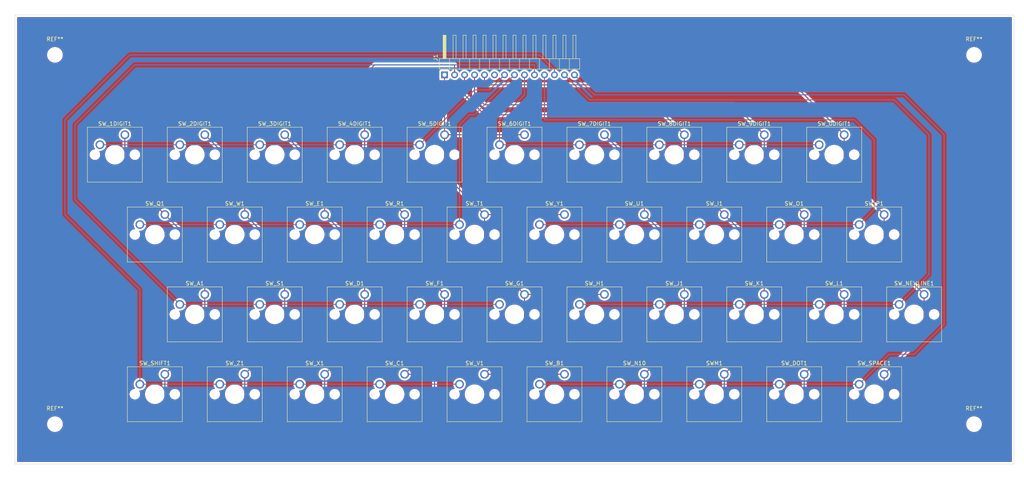
<source format=kicad_pcb>
(kicad_pcb (version 20171130) (host pcbnew "(5.1.4)-1")
  (layers (0 F.Cu signal) (31 B.Cu signal) (34 B.Paste user) (35 F.Paste user) (36 B.SilkS user) (37 F.SilkS user) (38 B.Mask user) (39 F.Mask user) (44 Edge.Cuts user))
  (net 0 "")
  (net 1 "Net-(J1-Pad13)")
  (net 2 "Net-(J1-Pad12)")
  (net 3 "Net-(J1-Pad11)")
  (net 4 "Net-(J1-Pad10)")
  (net 5 "Net-(J1-Pad9)")
  (net 6 "Net-(J1-Pad8)")
  (net 7 "Net-(J1-Pad7)")
  (net 8 "Net-(J1-Pad5)")
  (net 9 "Net-(J1-Pad4)")
  (net 10 "Net-(J1-Pad3)")
  (net 11 "Net-(J1-Pad2)")
  (net 12 "Net-(J1-Pad1)")
  (net 13 "Net-(J1-Pad14)")
  (module MountingHole:MountingHole_3mm (layer F.Cu) (at 35.56 144.78)
    (fp_text reference REF** (at 0 -4) (layer F.SilkS))
    (fp_text value MountingHole_3mm)
    (pad 1 np_thru_hole circle (at 0 0) (size 3 3) (drill 3) (layers *.Cu *.Mask))
  )
  (module MountingHole:MountingHole_3mm (layer F.Cu) (at 269.24 144.78)
    (fp_text reference REF** (at 0 -4) (layer F.SilkS))
    (fp_text value MountingHole_3mm)
    (pad 1 np_thru_hole circle (at 0 0) (size 3 3) (drill 3) (layers *.Cu *.Mask))
  )
  (module MountingHole:MountingHole_3mm (layer F.Cu) (at 269.24 50.8)
    (fp_text reference REF** (at 0 -4) (layer F.SilkS))
    (fp_text value MountingHole_3mm)
    (pad 1 np_thru_hole circle (at 0 0) (size 3 3) (drill 3) (layers *.Cu *.Mask))
  )
  (module MountingHole:MountingHole_3mm (layer F.Cu) (at 35.56 50.8)
    (fp_text reference REF** (at 0 -4) (layer F.SilkS))
    (fp_text value MountingHole_3mm)
    (pad 1 np_thru_hole circle (at 0 0) (size 3 3) (drill 3) (layers *.Cu *.Mask))
  )
  (module Button_Switch_Keyboard:SW_Cherry_MX_1.00u_PCB (layer F.Cu) (at 205.74 132.08)
    (fp_text reference SWM1 (at -2.54 -2.794) (layer F.SilkS))
    (fp_text value SW_Push)
    (pad "" np_thru_hole circle (at 2.54 5.08) (size 1.7 1.7) (drill 1.7) (layers *.Cu *.Mask))
    (pad "" np_thru_hole circle (at -7.62 5.08) (size 1.7 1.7) (drill 1.7) (layers *.Cu *.Mask))
    (pad "" np_thru_hole circle (at -2.54 5.08) (size 4 4) (drill 4) (layers *.Cu *.Mask))
    (pad 2 thru_hole circle (at -6.35 2.54) (size 2.2 2.2) (drill 1.5) (layers *.Cu *.Mask) (net 13 "Net-(J1-Pad14)"))
    (pad 1 thru_hole circle (at 0 0) (size 2.2 2.2) (drill 1.5) (layers *.Cu *.Mask) (net 10 "Net-(J1-Pad3)"))
  )
  (module Button_Switch_Keyboard:SW_Cherry_MX_1.00u_PCB (layer F.Cu) (at 83.82 132.08)
    (fp_text reference SW_Z1 (at -2.54 -2.794) (layer F.SilkS))
    (fp_text value SW_Push)
    (pad "" np_thru_hole circle (at 2.54 5.08) (size 1.7 1.7) (drill 1.7) (layers *.Cu *.Mask))
    (pad "" np_thru_hole circle (at -7.62 5.08) (size 1.7 1.7) (drill 1.7) (layers *.Cu *.Mask))
    (pad "" np_thru_hole circle (at -2.54 5.08) (size 4 4) (drill 4) (layers *.Cu *.Mask))
    (pad 2 thru_hole circle (at -6.35 2.54) (size 2.2 2.2) (drill 1.5) (layers *.Cu *.Mask) (net 2 "Net-(J1-Pad12)"))
    (pad 1 thru_hole circle (at 0 0) (size 2.2 2.2) (drill 1.5) (layers *.Cu *.Mask) (net 9 "Net-(J1-Pad4)"))
  )
  (module Button_Switch_Keyboard:SW_Cherry_MX_1.00u_PCB (layer F.Cu) (at 165.1 91.44)
    (fp_text reference SW_Y1 (at -2.54 -2.794) (layer F.SilkS))
    (fp_text value SW_Push)
    (pad "" np_thru_hole circle (at 2.54 5.08) (size 1.7 1.7) (drill 1.7) (layers *.Cu *.Mask))
    (pad "" np_thru_hole circle (at -7.62 5.08) (size 1.7 1.7) (drill 1.7) (layers *.Cu *.Mask))
    (pad "" np_thru_hole circle (at -2.54 5.08) (size 4 4) (drill 4) (layers *.Cu *.Mask))
    (pad 2 thru_hole circle (at -6.35 2.54) (size 2.2 2.2) (drill 1.5) (layers *.Cu *.Mask) (net 3 "Net-(J1-Pad11)"))
    (pad 1 thru_hole circle (at 0 0) (size 2.2 2.2) (drill 1.5) (layers *.Cu *.Mask) (net 12 "Net-(J1-Pad1)"))
  )
  (module Button_Switch_Keyboard:SW_Cherry_MX_1.00u_PCB (layer F.Cu) (at 104.14 132.08)
    (fp_text reference SW_X1 (at -2.54 -2.794) (layer F.SilkS))
    (fp_text value SW_Push)
    (pad "" np_thru_hole circle (at 2.54 5.08) (size 1.7 1.7) (drill 1.7) (layers *.Cu *.Mask))
    (pad "" np_thru_hole circle (at -7.62 5.08) (size 1.7 1.7) (drill 1.7) (layers *.Cu *.Mask))
    (pad "" np_thru_hole circle (at -2.54 5.08) (size 4 4) (drill 4) (layers *.Cu *.Mask))
    (pad 2 thru_hole circle (at -6.35 2.54) (size 2.2 2.2) (drill 1.5) (layers *.Cu *.Mask) (net 2 "Net-(J1-Pad12)"))
    (pad 1 thru_hole circle (at 0 0) (size 2.2 2.2) (drill 1.5) (layers *.Cu *.Mask) (net 10 "Net-(J1-Pad3)"))
  )
  (module Button_Switch_Keyboard:SW_Cherry_MX_1.00u_PCB (layer F.Cu) (at 83.82 91.44)
    (fp_text reference SW_W1 (at -2.54 -2.794) (layer F.SilkS))
    (fp_text value SW_Push)
    (pad "" np_thru_hole circle (at 2.54 5.08) (size 1.7 1.7) (drill 1.7) (layers *.Cu *.Mask))
    (pad "" np_thru_hole circle (at -7.62 5.08) (size 1.7 1.7) (drill 1.7) (layers *.Cu *.Mask))
    (pad "" np_thru_hole circle (at -2.54 5.08) (size 4 4) (drill 4) (layers *.Cu *.Mask))
    (pad 2 thru_hole circle (at -6.35 2.54) (size 2.2 2.2) (drill 1.5) (layers *.Cu *.Mask) (net 6 "Net-(J1-Pad8)"))
    (pad 1 thru_hole circle (at 0 0) (size 2.2 2.2) (drill 1.5) (layers *.Cu *.Mask) (net 9 "Net-(J1-Pad4)"))
  )
  (module Button_Switch_Keyboard:SW_Cherry_MX_1.00u_PCB (layer F.Cu) (at 144.78 132.08)
    (fp_text reference SW_V1 (at -2.54 -2.794) (layer F.SilkS))
    (fp_text value SW_Push)
    (pad "" np_thru_hole circle (at 2.54 5.08) (size 1.7 1.7) (drill 1.7) (layers *.Cu *.Mask))
    (pad "" np_thru_hole circle (at -7.62 5.08) (size 1.7 1.7) (drill 1.7) (layers *.Cu *.Mask))
    (pad "" np_thru_hole circle (at -2.54 5.08) (size 4 4) (drill 4) (layers *.Cu *.Mask))
    (pad 2 thru_hole circle (at -6.35 2.54) (size 2.2 2.2) (drill 1.5) (layers *.Cu *.Mask) (net 2 "Net-(J1-Pad12)"))
    (pad 1 thru_hole circle (at 0 0) (size 2.2 2.2) (drill 1.5) (layers *.Cu *.Mask) (net 12 "Net-(J1-Pad1)"))
  )
  (module Button_Switch_Keyboard:SW_Cherry_MX_1.00u_PCB (layer F.Cu) (at 185.42 91.44)
    (fp_text reference SW_U1 (at -2.54 -2.794) (layer F.SilkS))
    (fp_text value SW_Push)
    (pad "" np_thru_hole circle (at 2.54 5.08) (size 1.7 1.7) (drill 1.7) (layers *.Cu *.Mask))
    (pad "" np_thru_hole circle (at -7.62 5.08) (size 1.7 1.7) (drill 1.7) (layers *.Cu *.Mask))
    (pad "" np_thru_hole circle (at -2.54 5.08) (size 4 4) (drill 4) (layers *.Cu *.Mask))
    (pad 2 thru_hole circle (at -6.35 2.54) (size 2.2 2.2) (drill 1.5) (layers *.Cu *.Mask) (net 3 "Net-(J1-Pad11)"))
    (pad 1 thru_hole circle (at 0 0) (size 2.2 2.2) (drill 1.5) (layers *.Cu *.Mask) (net 11 "Net-(J1-Pad2)"))
  )
  (module Button_Switch_Keyboard:SW_Cherry_MX_1.00u_PCB (layer F.Cu) (at 144.78 91.44)
    (fp_text reference SW_T1 (at -2.54 -2.794) (layer F.SilkS))
    (fp_text value SW_Push)
    (pad "" np_thru_hole circle (at 2.54 5.08) (size 1.7 1.7) (drill 1.7) (layers *.Cu *.Mask))
    (pad "" np_thru_hole circle (at -7.62 5.08) (size 1.7 1.7) (drill 1.7) (layers *.Cu *.Mask))
    (pad "" np_thru_hole circle (at -2.54 5.08) (size 4 4) (drill 4) (layers *.Cu *.Mask))
    (pad 2 thru_hole circle (at -6.35 2.54) (size 2.2 2.2) (drill 1.5) (layers *.Cu *.Mask) (net 6 "Net-(J1-Pad8)"))
    (pad 1 thru_hole circle (at 0 0) (size 2.2 2.2) (drill 1.5) (layers *.Cu *.Mask) (net 12 "Net-(J1-Pad1)"))
  )
  (module Button_Switch_Keyboard:SW_Cherry_MX_1.00u_PCB (layer F.Cu) (at 246.38 132.08)
    (fp_text reference SW_SPACE1 (at -2.54 -2.794) (layer F.SilkS))
    (fp_text value SW_Push)
    (pad "" np_thru_hole circle (at 2.54 5.08) (size 1.7 1.7) (drill 1.7) (layers *.Cu *.Mask))
    (pad "" np_thru_hole circle (at -7.62 5.08) (size 1.7 1.7) (drill 1.7) (layers *.Cu *.Mask))
    (pad "" np_thru_hole circle (at -2.54 5.08) (size 4 4) (drill 4) (layers *.Cu *.Mask))
    (pad 2 thru_hole circle (at -6.35 2.54) (size 2.2 2.2) (drill 1.5) (layers *.Cu *.Mask) (net 13 "Net-(J1-Pad14)"))
    (pad 1 thru_hole circle (at 0 0) (size 2.2 2.2) (drill 1.5) (layers *.Cu *.Mask) (net 8 "Net-(J1-Pad5)"))
  )
  (module Button_Switch_Keyboard:SW_Cherry_MX_1.00u_PCB (layer F.Cu) (at 63.5 132.08)
    (fp_text reference SW_SHIFT1 (at -2.54 -2.794) (layer F.SilkS))
    (fp_text value SW_Push)
    (pad "" np_thru_hole circle (at 2.54 5.08) (size 1.7 1.7) (drill 1.7) (layers *.Cu *.Mask))
    (pad "" np_thru_hole circle (at -7.62 5.08) (size 1.7 1.7) (drill 1.7) (layers *.Cu *.Mask))
    (pad "" np_thru_hole circle (at -2.54 5.08) (size 4 4) (drill 4) (layers *.Cu *.Mask))
    (pad 2 thru_hole circle (at -6.35 2.54) (size 2.2 2.2) (drill 1.5) (layers *.Cu *.Mask) (net 2 "Net-(J1-Pad12)"))
    (pad 1 thru_hole circle (at 0 0) (size 2.2 2.2) (drill 1.5) (layers *.Cu *.Mask) (net 8 "Net-(J1-Pad5)"))
  )
  (module Button_Switch_Keyboard:SW_Cherry_MX_1.00u_PCB (layer F.Cu) (at 93.98 111.76)
    (fp_text reference SW_S1 (at -2.54 -2.794) (layer F.SilkS))
    (fp_text value SW_Push)
    (pad "" np_thru_hole circle (at 2.54 5.08) (size 1.7 1.7) (drill 1.7) (layers *.Cu *.Mask))
    (pad "" np_thru_hole circle (at -7.62 5.08) (size 1.7 1.7) (drill 1.7) (layers *.Cu *.Mask))
    (pad "" np_thru_hole circle (at -2.54 5.08) (size 4 4) (drill 4) (layers *.Cu *.Mask))
    (pad 2 thru_hole circle (at -6.35 2.54) (size 2.2 2.2) (drill 1.5) (layers *.Cu *.Mask) (net 4 "Net-(J1-Pad10)"))
    (pad 1 thru_hole circle (at 0 0) (size 2.2 2.2) (drill 1.5) (layers *.Cu *.Mask) (net 9 "Net-(J1-Pad4)"))
  )
  (module Button_Switch_Keyboard:SW_Cherry_MX_1.00u_PCB (layer F.Cu) (at 124.46 91.44)
    (fp_text reference SW_R1 (at -2.54 -2.794) (layer F.SilkS))
    (fp_text value SW_Push)
    (pad "" np_thru_hole circle (at 2.54 5.08) (size 1.7 1.7) (drill 1.7) (layers *.Cu *.Mask))
    (pad "" np_thru_hole circle (at -7.62 5.08) (size 1.7 1.7) (drill 1.7) (layers *.Cu *.Mask))
    (pad "" np_thru_hole circle (at -2.54 5.08) (size 4 4) (drill 4) (layers *.Cu *.Mask))
    (pad 2 thru_hole circle (at -6.35 2.54) (size 2.2 2.2) (drill 1.5) (layers *.Cu *.Mask) (net 6 "Net-(J1-Pad8)"))
    (pad 1 thru_hole circle (at 0 0) (size 2.2 2.2) (drill 1.5) (layers *.Cu *.Mask) (net 11 "Net-(J1-Pad2)"))
  )
  (module Button_Switch_Keyboard:SW_Cherry_MX_1.00u_PCB (layer F.Cu) (at 63.5 91.44)
    (fp_text reference SW_Q1 (at -2.54 -2.794) (layer F.SilkS))
    (fp_text value SW_Push)
    (pad "" np_thru_hole circle (at 2.54 5.08) (size 1.7 1.7) (drill 1.7) (layers *.Cu *.Mask))
    (pad "" np_thru_hole circle (at -7.62 5.08) (size 1.7 1.7) (drill 1.7) (layers *.Cu *.Mask))
    (pad "" np_thru_hole circle (at -2.54 5.08) (size 4 4) (drill 4) (layers *.Cu *.Mask))
    (pad 2 thru_hole circle (at -6.35 2.54) (size 2.2 2.2) (drill 1.5) (layers *.Cu *.Mask) (net 6 "Net-(J1-Pad8)"))
    (pad 1 thru_hole circle (at 0 0) (size 2.2 2.2) (drill 1.5) (layers *.Cu *.Mask) (net 8 "Net-(J1-Pad5)"))
  )
  (module Button_Switch_Keyboard:SW_Cherry_MX_1.00u_PCB (layer F.Cu) (at 246.38 91.44)
    (fp_text reference SW_P1 (at -2.54 -2.794) (layer F.SilkS))
    (fp_text value SW_Push)
    (pad "" np_thru_hole circle (at 2.54 5.08) (size 1.7 1.7) (drill 1.7) (layers *.Cu *.Mask))
    (pad "" np_thru_hole circle (at -7.62 5.08) (size 1.7 1.7) (drill 1.7) (layers *.Cu *.Mask))
    (pad "" np_thru_hole circle (at -2.54 5.08) (size 4 4) (drill 4) (layers *.Cu *.Mask))
    (pad 2 thru_hole circle (at -6.35 2.54) (size 2.2 2.2) (drill 1.5) (layers *.Cu *.Mask) (net 3 "Net-(J1-Pad11)"))
    (pad 1 thru_hole circle (at 0 0) (size 2.2 2.2) (drill 1.5) (layers *.Cu *.Mask) (net 8 "Net-(J1-Pad5)"))
  )
  (module Button_Switch_Keyboard:SW_Cherry_MX_1.00u_PCB (layer F.Cu) (at 226.06 91.44)
    (fp_text reference SW_O1 (at -2.54 -2.794) (layer F.SilkS))
    (fp_text value SW_Push)
    (pad "" np_thru_hole circle (at 2.54 5.08) (size 1.7 1.7) (drill 1.7) (layers *.Cu *.Mask))
    (pad "" np_thru_hole circle (at -7.62 5.08) (size 1.7 1.7) (drill 1.7) (layers *.Cu *.Mask))
    (pad "" np_thru_hole circle (at -2.54 5.08) (size 4 4) (drill 4) (layers *.Cu *.Mask))
    (pad 2 thru_hole circle (at -6.35 2.54) (size 2.2 2.2) (drill 1.5) (layers *.Cu *.Mask) (net 3 "Net-(J1-Pad11)"))
    (pad 1 thru_hole circle (at 0 0) (size 2.2 2.2) (drill 1.5) (layers *.Cu *.Mask) (net 9 "Net-(J1-Pad4)"))
  )
  (module Button_Switch_Keyboard:SW_Cherry_MX_1.00u_PCB (layer F.Cu) (at 256.54 111.76)
    (fp_text reference SW_NEWLINE1 (at -2.54 -2.794) (layer F.SilkS))
    (fp_text value SW_Push)
    (pad "" np_thru_hole circle (at 2.54 5.08) (size 1.7 1.7) (drill 1.7) (layers *.Cu *.Mask))
    (pad "" np_thru_hole circle (at -7.62 5.08) (size 1.7 1.7) (drill 1.7) (layers *.Cu *.Mask))
    (pad "" np_thru_hole circle (at -2.54 5.08) (size 4 4) (drill 4) (layers *.Cu *.Mask))
    (pad 2 thru_hole circle (at -6.35 2.54) (size 2.2 2.2) (drill 1.5) (layers *.Cu *.Mask) (net 1 "Net-(J1-Pad13)"))
    (pad 1 thru_hole circle (at 0 0) (size 2.2 2.2) (drill 1.5) (layers *.Cu *.Mask) (net 8 "Net-(J1-Pad5)"))
  )
  (module Button_Switch_Keyboard:SW_Cherry_MX_1.00u_PCB (layer F.Cu) (at 185.42 132.08)
    (fp_text reference SW_N10 (at -2.54 -2.794) (layer F.SilkS))
    (fp_text value SW_Push)
    (pad "" np_thru_hole circle (at 2.54 5.08) (size 1.7 1.7) (drill 1.7) (layers *.Cu *.Mask))
    (pad "" np_thru_hole circle (at -7.62 5.08) (size 1.7 1.7) (drill 1.7) (layers *.Cu *.Mask))
    (pad "" np_thru_hole circle (at -2.54 5.08) (size 4 4) (drill 4) (layers *.Cu *.Mask))
    (pad 2 thru_hole circle (at -6.35 2.54) (size 2.2 2.2) (drill 1.5) (layers *.Cu *.Mask) (net 13 "Net-(J1-Pad14)"))
    (pad 1 thru_hole circle (at 0 0) (size 2.2 2.2) (drill 1.5) (layers *.Cu *.Mask) (net 11 "Net-(J1-Pad2)"))
  )
  (module Button_Switch_Keyboard:SW_Cherry_MX_1.00u_PCB (layer F.Cu) (at 236.22 111.76)
    (fp_text reference SW_L1 (at -2.54 -2.794) (layer F.SilkS))
    (fp_text value SW_Push)
    (pad "" np_thru_hole circle (at 2.54 5.08) (size 1.7 1.7) (drill 1.7) (layers *.Cu *.Mask))
    (pad "" np_thru_hole circle (at -7.62 5.08) (size 1.7 1.7) (drill 1.7) (layers *.Cu *.Mask))
    (pad "" np_thru_hole circle (at -2.54 5.08) (size 4 4) (drill 4) (layers *.Cu *.Mask))
    (pad 2 thru_hole circle (at -6.35 2.54) (size 2.2 2.2) (drill 1.5) (layers *.Cu *.Mask) (net 1 "Net-(J1-Pad13)"))
    (pad 1 thru_hole circle (at 0 0) (size 2.2 2.2) (drill 1.5) (layers *.Cu *.Mask) (net 9 "Net-(J1-Pad4)"))
  )
  (module Button_Switch_Keyboard:SW_Cherry_MX_1.00u_PCB (layer F.Cu) (at 215.9 111.76)
    (fp_text reference SW_K1 (at -2.54 -2.794) (layer F.SilkS))
    (fp_text value SW_Push)
    (pad "" np_thru_hole circle (at 2.54 5.08) (size 1.7 1.7) (drill 1.7) (layers *.Cu *.Mask))
    (pad "" np_thru_hole circle (at -7.62 5.08) (size 1.7 1.7) (drill 1.7) (layers *.Cu *.Mask))
    (pad "" np_thru_hole circle (at -2.54 5.08) (size 4 4) (drill 4) (layers *.Cu *.Mask))
    (pad 2 thru_hole circle (at -6.35 2.54) (size 2.2 2.2) (drill 1.5) (layers *.Cu *.Mask) (net 1 "Net-(J1-Pad13)"))
    (pad 1 thru_hole circle (at 0 0) (size 2.2 2.2) (drill 1.5) (layers *.Cu *.Mask) (net 10 "Net-(J1-Pad3)"))
  )
  (module Button_Switch_Keyboard:SW_Cherry_MX_1.00u_PCB (layer F.Cu) (at 195.58 111.76)
    (fp_text reference SW_J1 (at -2.54 -2.794) (layer F.SilkS))
    (fp_text value SW_Push)
    (pad "" np_thru_hole circle (at 2.54 5.08) (size 1.7 1.7) (drill 1.7) (layers *.Cu *.Mask))
    (pad "" np_thru_hole circle (at -7.62 5.08) (size 1.7 1.7) (drill 1.7) (layers *.Cu *.Mask))
    (pad "" np_thru_hole circle (at -2.54 5.08) (size 4 4) (drill 4) (layers *.Cu *.Mask))
    (pad 2 thru_hole circle (at -6.35 2.54) (size 2.2 2.2) (drill 1.5) (layers *.Cu *.Mask) (net 1 "Net-(J1-Pad13)"))
    (pad 1 thru_hole circle (at 0 0) (size 2.2 2.2) (drill 1.5) (layers *.Cu *.Mask) (net 11 "Net-(J1-Pad2)"))
  )
  (module Button_Switch_Keyboard:SW_Cherry_MX_1.00u_PCB (layer F.Cu) (at 205.74 91.44)
    (fp_text reference SW_I1 (at -2.54 -2.794) (layer F.SilkS))
    (fp_text value SW_Push)
    (pad "" np_thru_hole circle (at 2.54 5.08) (size 1.7 1.7) (drill 1.7) (layers *.Cu *.Mask))
    (pad "" np_thru_hole circle (at -7.62 5.08) (size 1.7 1.7) (drill 1.7) (layers *.Cu *.Mask))
    (pad "" np_thru_hole circle (at -2.54 5.08) (size 4 4) (drill 4) (layers *.Cu *.Mask))
    (pad 2 thru_hole circle (at -6.35 2.54) (size 2.2 2.2) (drill 1.5) (layers *.Cu *.Mask) (net 3 "Net-(J1-Pad11)"))
    (pad 1 thru_hole circle (at 0 0) (size 2.2 2.2) (drill 1.5) (layers *.Cu *.Mask) (net 10 "Net-(J1-Pad3)"))
  )
  (module Button_Switch_Keyboard:SW_Cherry_MX_1.00u_PCB (layer F.Cu) (at 175.26 111.76)
    (fp_text reference SW_H1 (at -2.54 -2.794) (layer F.SilkS))
    (fp_text value SW_Push)
    (pad "" np_thru_hole circle (at 2.54 5.08) (size 1.7 1.7) (drill 1.7) (layers *.Cu *.Mask))
    (pad "" np_thru_hole circle (at -7.62 5.08) (size 1.7 1.7) (drill 1.7) (layers *.Cu *.Mask))
    (pad "" np_thru_hole circle (at -2.54 5.08) (size 4 4) (drill 4) (layers *.Cu *.Mask))
    (pad 2 thru_hole circle (at -6.35 2.54) (size 2.2 2.2) (drill 1.5) (layers *.Cu *.Mask) (net 1 "Net-(J1-Pad13)"))
    (pad 1 thru_hole circle (at 0 0) (size 2.2 2.2) (drill 1.5) (layers *.Cu *.Mask) (net 12 "Net-(J1-Pad1)"))
  )
  (module Button_Switch_Keyboard:SW_Cherry_MX_1.00u_PCB (layer F.Cu) (at 154.94 111.76)
    (fp_text reference SW_G1 (at -2.54 -2.794) (layer F.SilkS))
    (fp_text value SW_Push)
    (pad "" np_thru_hole circle (at 2.54 5.08) (size 1.7 1.7) (drill 1.7) (layers *.Cu *.Mask))
    (pad "" np_thru_hole circle (at -7.62 5.08) (size 1.7 1.7) (drill 1.7) (layers *.Cu *.Mask))
    (pad "" np_thru_hole circle (at -2.54 5.08) (size 4 4) (drill 4) (layers *.Cu *.Mask))
    (pad 2 thru_hole circle (at -6.35 2.54) (size 2.2 2.2) (drill 1.5) (layers *.Cu *.Mask) (net 4 "Net-(J1-Pad10)"))
    (pad 1 thru_hole circle (at 0 0) (size 2.2 2.2) (drill 1.5) (layers *.Cu *.Mask) (net 12 "Net-(J1-Pad1)"))
  )
  (module Button_Switch_Keyboard:SW_Cherry_MX_1.00u_PCB (layer F.Cu) (at 134.62 111.76)
    (fp_text reference SW_F1 (at -2.54 -2.794) (layer F.SilkS))
    (fp_text value SW_Push)
    (pad "" np_thru_hole circle (at 2.54 5.08) (size 1.7 1.7) (drill 1.7) (layers *.Cu *.Mask))
    (pad "" np_thru_hole circle (at -7.62 5.08) (size 1.7 1.7) (drill 1.7) (layers *.Cu *.Mask))
    (pad "" np_thru_hole circle (at -2.54 5.08) (size 4 4) (drill 4) (layers *.Cu *.Mask))
    (pad 2 thru_hole circle (at -6.35 2.54) (size 2.2 2.2) (drill 1.5) (layers *.Cu *.Mask) (net 4 "Net-(J1-Pad10)"))
    (pad 1 thru_hole circle (at 0 0) (size 2.2 2.2) (drill 1.5) (layers *.Cu *.Mask) (net 11 "Net-(J1-Pad2)"))
  )
  (module Button_Switch_Keyboard:SW_Cherry_MX_1.00u_PCB (layer F.Cu) (at 104.14 91.44)
    (fp_text reference SW_E1 (at -2.54 -2.794) (layer F.SilkS))
    (fp_text value SW_Push)
    (pad "" np_thru_hole circle (at 2.54 5.08) (size 1.7 1.7) (drill 1.7) (layers *.Cu *.Mask))
    (pad "" np_thru_hole circle (at -7.62 5.08) (size 1.7 1.7) (drill 1.7) (layers *.Cu *.Mask))
    (pad "" np_thru_hole circle (at -2.54 5.08) (size 4 4) (drill 4) (layers *.Cu *.Mask))
    (pad 2 thru_hole circle (at -6.35 2.54) (size 2.2 2.2) (drill 1.5) (layers *.Cu *.Mask) (net 6 "Net-(J1-Pad8)"))
    (pad 1 thru_hole circle (at 0 0) (size 2.2 2.2) (drill 1.5) (layers *.Cu *.Mask) (net 10 "Net-(J1-Pad3)"))
  )
  (module Button_Switch_Keyboard:SW_Cherry_MX_1.00u_PCB (layer F.Cu) (at 226.06 132.08)
    (fp_text reference SW_DOT1 (at -2.54 -2.794) (layer F.SilkS))
    (fp_text value SW_Push)
    (pad "" np_thru_hole circle (at 2.54 5.08) (size 1.7 1.7) (drill 1.7) (layers *.Cu *.Mask))
    (pad "" np_thru_hole circle (at -7.62 5.08) (size 1.7 1.7) (drill 1.7) (layers *.Cu *.Mask))
    (pad "" np_thru_hole circle (at -2.54 5.08) (size 4 4) (drill 4) (layers *.Cu *.Mask))
    (pad 2 thru_hole circle (at -6.35 2.54) (size 2.2 2.2) (drill 1.5) (layers *.Cu *.Mask) (net 13 "Net-(J1-Pad14)"))
    (pad 1 thru_hole circle (at 0 0) (size 2.2 2.2) (drill 1.5) (layers *.Cu *.Mask) (net 9 "Net-(J1-Pad4)"))
  )
  (module Button_Switch_Keyboard:SW_Cherry_MX_1.00u_PCB (layer F.Cu) (at 114.3 111.76)
    (fp_text reference SW_D1 (at -2.54 -2.794) (layer F.SilkS))
    (fp_text value SW_Push)
    (pad "" np_thru_hole circle (at 2.54 5.08) (size 1.7 1.7) (drill 1.7) (layers *.Cu *.Mask))
    (pad "" np_thru_hole circle (at -7.62 5.08) (size 1.7 1.7) (drill 1.7) (layers *.Cu *.Mask))
    (pad "" np_thru_hole circle (at -2.54 5.08) (size 4 4) (drill 4) (layers *.Cu *.Mask))
    (pad 2 thru_hole circle (at -6.35 2.54) (size 2.2 2.2) (drill 1.5) (layers *.Cu *.Mask) (net 4 "Net-(J1-Pad10)"))
    (pad 1 thru_hole circle (at 0 0) (size 2.2 2.2) (drill 1.5) (layers *.Cu *.Mask) (net 10 "Net-(J1-Pad3)"))
  )
  (module Button_Switch_Keyboard:SW_Cherry_MX_1.00u_PCB (layer F.Cu) (at 124.46 132.08)
    (fp_text reference SW_C1 (at -2.54 -2.794) (layer F.SilkS))
    (fp_text value SW_Push)
    (pad "" np_thru_hole circle (at 2.54 5.08) (size 1.7 1.7) (drill 1.7) (layers *.Cu *.Mask))
    (pad "" np_thru_hole circle (at -7.62 5.08) (size 1.7 1.7) (drill 1.7) (layers *.Cu *.Mask))
    (pad "" np_thru_hole circle (at -2.54 5.08) (size 4 4) (drill 4) (layers *.Cu *.Mask))
    (pad 2 thru_hole circle (at -6.35 2.54) (size 2.2 2.2) (drill 1.5) (layers *.Cu *.Mask) (net 2 "Net-(J1-Pad12)"))
    (pad 1 thru_hole circle (at 0 0) (size 2.2 2.2) (drill 1.5) (layers *.Cu *.Mask) (net 11 "Net-(J1-Pad2)"))
  )
  (module Button_Switch_Keyboard:SW_Cherry_MX_1.00u_PCB (layer F.Cu) (at 165.1 132.08)
    (fp_text reference SW_B1 (at -2.54 -2.794) (layer F.SilkS))
    (fp_text value SW_Push)
    (pad "" np_thru_hole circle (at 2.54 5.08) (size 1.7 1.7) (drill 1.7) (layers *.Cu *.Mask))
    (pad "" np_thru_hole circle (at -7.62 5.08) (size 1.7 1.7) (drill 1.7) (layers *.Cu *.Mask))
    (pad "" np_thru_hole circle (at -2.54 5.08) (size 4 4) (drill 4) (layers *.Cu *.Mask))
    (pad 2 thru_hole circle (at -6.35 2.54) (size 2.2 2.2) (drill 1.5) (layers *.Cu *.Mask) (net 13 "Net-(J1-Pad14)"))
    (pad 1 thru_hole circle (at 0 0) (size 2.2 2.2) (drill 1.5) (layers *.Cu *.Mask) (net 12 "Net-(J1-Pad1)"))
  )
  (module Button_Switch_Keyboard:SW_Cherry_MX_1.00u_PCB (layer F.Cu) (at 73.66 111.76)
    (fp_text reference SW_A1 (at -2.54 -2.794) (layer F.SilkS))
    (fp_text value SW_Push)
    (pad "" np_thru_hole circle (at 2.54 5.08) (size 1.7 1.7) (drill 1.7) (layers *.Cu *.Mask))
    (pad "" np_thru_hole circle (at -7.62 5.08) (size 1.7 1.7) (drill 1.7) (layers *.Cu *.Mask))
    (pad "" np_thru_hole circle (at -2.54 5.08) (size 4 4) (drill 4) (layers *.Cu *.Mask))
    (pad 2 thru_hole circle (at -6.35 2.54) (size 2.2 2.2) (drill 1.5) (layers *.Cu *.Mask) (net 4 "Net-(J1-Pad10)"))
    (pad 1 thru_hole circle (at 0 0) (size 2.2 2.2) (drill 1.5) (layers *.Cu *.Mask) (net 8 "Net-(J1-Pad5)"))
  )
  (module Button_Switch_Keyboard:SW_Cherry_MX_1.00u_PCB (layer F.Cu) (at 215.9 71.12)
    (fp_text reference SW_9DIGIT1 (at -2.54 -2.794) (layer F.SilkS))
    (fp_text value SW_Push)
    (pad "" np_thru_hole circle (at 2.54 5.08) (size 1.7 1.7) (drill 1.7) (layers *.Cu *.Mask))
    (pad "" np_thru_hole circle (at -7.62 5.08) (size 1.7 1.7) (drill 1.7) (layers *.Cu *.Mask))
    (pad "" np_thru_hole circle (at -2.54 5.08) (size 4 4) (drill 4) (layers *.Cu *.Mask))
    (pad 2 thru_hole circle (at -6.35 2.54) (size 2.2 2.2) (drill 1.5) (layers *.Cu *.Mask) (net 5 "Net-(J1-Pad9)"))
    (pad 1 thru_hole circle (at 0 0) (size 2.2 2.2) (drill 1.5) (layers *.Cu *.Mask) (net 9 "Net-(J1-Pad4)"))
  )
  (module Button_Switch_Keyboard:SW_Cherry_MX_1.00u_PCB (layer F.Cu) (at 195.58 71.12)
    (fp_text reference SW_8DIGIT1 (at -2.54 -2.794) (layer F.SilkS))
    (fp_text value SW_Push)
    (pad "" np_thru_hole circle (at 2.54 5.08) (size 1.7 1.7) (drill 1.7) (layers *.Cu *.Mask))
    (pad "" np_thru_hole circle (at -7.62 5.08) (size 1.7 1.7) (drill 1.7) (layers *.Cu *.Mask))
    (pad "" np_thru_hole circle (at -2.54 5.08) (size 4 4) (drill 4) (layers *.Cu *.Mask))
    (pad 2 thru_hole circle (at -6.35 2.54) (size 2.2 2.2) (drill 1.5) (layers *.Cu *.Mask) (net 5 "Net-(J1-Pad9)"))
    (pad 1 thru_hole circle (at 0 0) (size 2.2 2.2) (drill 1.5) (layers *.Cu *.Mask) (net 10 "Net-(J1-Pad3)"))
  )
  (module Button_Switch_Keyboard:SW_Cherry_MX_1.00u_PCB (layer F.Cu) (at 175.26 71.12)
    (fp_text reference SW_7DIGIT1 (at -2.54 -2.794) (layer F.SilkS))
    (fp_text value SW_Push)
    (pad "" np_thru_hole circle (at 2.54 5.08) (size 1.7 1.7) (drill 1.7) (layers *.Cu *.Mask))
    (pad "" np_thru_hole circle (at -7.62 5.08) (size 1.7 1.7) (drill 1.7) (layers *.Cu *.Mask))
    (pad "" np_thru_hole circle (at -2.54 5.08) (size 4 4) (drill 4) (layers *.Cu *.Mask))
    (pad 2 thru_hole circle (at -6.35 2.54) (size 2.2 2.2) (drill 1.5) (layers *.Cu *.Mask) (net 5 "Net-(J1-Pad9)"))
    (pad 1 thru_hole circle (at 0 0) (size 2.2 2.2) (drill 1.5) (layers *.Cu *.Mask) (net 11 "Net-(J1-Pad2)"))
  )
  (module Button_Switch_Keyboard:SW_Cherry_MX_1.00u_PCB (layer F.Cu) (at 154.94 71.12)
    (fp_text reference SW_6DIGIT1 (at -2.54 -2.794) (layer F.SilkS))
    (fp_text value SW_Push)
    (pad "" np_thru_hole circle (at 2.54 5.08) (size 1.7 1.7) (drill 1.7) (layers *.Cu *.Mask))
    (pad "" np_thru_hole circle (at -7.62 5.08) (size 1.7 1.7) (drill 1.7) (layers *.Cu *.Mask))
    (pad "" np_thru_hole circle (at -2.54 5.08) (size 4 4) (drill 4) (layers *.Cu *.Mask))
    (pad 2 thru_hole circle (at -6.35 2.54) (size 2.2 2.2) (drill 1.5) (layers *.Cu *.Mask) (net 5 "Net-(J1-Pad9)"))
    (pad 1 thru_hole circle (at 0 0) (size 2.2 2.2) (drill 1.5) (layers *.Cu *.Mask) (net 12 "Net-(J1-Pad1)"))
  )
  (module Button_Switch_Keyboard:SW_Cherry_MX_1.00u_PCB (layer F.Cu) (at 134.62 71.12)
    (fp_text reference SW_5DIGIT1 (at -2.54 -2.794) (layer F.SilkS))
    (fp_text value SW_Push)
    (pad "" np_thru_hole circle (at 2.54 5.08) (size 1.7 1.7) (drill 1.7) (layers *.Cu *.Mask))
    (pad "" np_thru_hole circle (at -7.62 5.08) (size 1.7 1.7) (drill 1.7) (layers *.Cu *.Mask))
    (pad "" np_thru_hole circle (at -2.54 5.08) (size 4 4) (drill 4) (layers *.Cu *.Mask))
    (pad 2 thru_hole circle (at -6.35 2.54) (size 2.2 2.2) (drill 1.5) (layers *.Cu *.Mask) (net 7 "Net-(J1-Pad7)"))
    (pad 1 thru_hole circle (at 0 0) (size 2.2 2.2) (drill 1.5) (layers *.Cu *.Mask) (net 12 "Net-(J1-Pad1)"))
  )
  (module Button_Switch_Keyboard:SW_Cherry_MX_1.00u_PCB (layer F.Cu) (at 114.3 71.12)
    (fp_text reference SW_4DIGIT1 (at -2.54 -2.794) (layer F.SilkS))
    (fp_text value SW_Push)
    (pad "" np_thru_hole circle (at 2.54 5.08) (size 1.7 1.7) (drill 1.7) (layers *.Cu *.Mask))
    (pad "" np_thru_hole circle (at -7.62 5.08) (size 1.7 1.7) (drill 1.7) (layers *.Cu *.Mask))
    (pad "" np_thru_hole circle (at -2.54 5.08) (size 4 4) (drill 4) (layers *.Cu *.Mask))
    (pad 2 thru_hole circle (at -6.35 2.54) (size 2.2 2.2) (drill 1.5) (layers *.Cu *.Mask) (net 7 "Net-(J1-Pad7)"))
    (pad 1 thru_hole circle (at 0 0) (size 2.2 2.2) (drill 1.5) (layers *.Cu *.Mask) (net 11 "Net-(J1-Pad2)"))
  )
  (module Button_Switch_Keyboard:SW_Cherry_MX_1.00u_PCB (layer F.Cu) (at 93.98 71.12)
    (fp_text reference SW_3DIGIT1 (at -2.54 -2.794) (layer F.SilkS))
    (fp_text value SW_Push)
    (pad "" np_thru_hole circle (at 2.54 5.08) (size 1.7 1.7) (drill 1.7) (layers *.Cu *.Mask))
    (pad "" np_thru_hole circle (at -7.62 5.08) (size 1.7 1.7) (drill 1.7) (layers *.Cu *.Mask))
    (pad "" np_thru_hole circle (at -2.54 5.08) (size 4 4) (drill 4) (layers *.Cu *.Mask))
    (pad 2 thru_hole circle (at -6.35 2.54) (size 2.2 2.2) (drill 1.5) (layers *.Cu *.Mask) (net 7 "Net-(J1-Pad7)"))
    (pad 1 thru_hole circle (at 0 0) (size 2.2 2.2) (drill 1.5) (layers *.Cu *.Mask) (net 10 "Net-(J1-Pad3)"))
  )
  (module Button_Switch_Keyboard:SW_Cherry_MX_1.00u_PCB (layer F.Cu) (at 73.66 71.12)
    (fp_text reference SW_2DIGIT1 (at -2.54 -2.794) (layer F.SilkS))
    (fp_text value SW_Push)
    (pad "" np_thru_hole circle (at 2.54 5.08) (size 1.7 1.7) (drill 1.7) (layers *.Cu *.Mask))
    (pad "" np_thru_hole circle (at -7.62 5.08) (size 1.7 1.7) (drill 1.7) (layers *.Cu *.Mask))
    (pad "" np_thru_hole circle (at -2.54 5.08) (size 4 4) (drill 4) (layers *.Cu *.Mask))
    (pad 2 thru_hole circle (at -6.35 2.54) (size 2.2 2.2) (drill 1.5) (layers *.Cu *.Mask) (net 7 "Net-(J1-Pad7)"))
    (pad 1 thru_hole circle (at 0 0) (size 2.2 2.2) (drill 1.5) (layers *.Cu *.Mask) (net 9 "Net-(J1-Pad4)"))
  )
  (module Button_Switch_Keyboard:SW_Cherry_MX_1.00u_PCB (layer F.Cu) (at 53.34 71.12)
    (fp_text reference SW_1DIGIT1 (at -2.54 -2.794) (layer F.SilkS))
    (fp_text value SW_Push)
    (pad "" np_thru_hole circle (at 2.54 5.08) (size 1.7 1.7) (drill 1.7) (layers *.Cu *.Mask))
    (pad "" np_thru_hole circle (at -7.62 5.08) (size 1.7 1.7) (drill 1.7) (layers *.Cu *.Mask))
    (pad "" np_thru_hole circle (at -2.54 5.08) (size 4 4) (drill 4) (layers *.Cu *.Mask))
    (pad 2 thru_hole circle (at -6.35 2.54) (size 2.2 2.2) (drill 1.5) (layers *.Cu *.Mask) (net 7 "Net-(J1-Pad7)"))
    (pad 1 thru_hole circle (at 0 0) (size 2.2 2.2) (drill 1.5) (layers *.Cu *.Mask) (net 8 "Net-(J1-Pad5)"))
  )
  (module Button_Switch_Keyboard:SW_Cherry_MX_1.00u_PCB (layer F.Cu) (at 236.22 71.12)
    (fp_text reference SW_0DIGIT1 (at -2.54 -2.794) (layer F.SilkS))
    (fp_text value SW_Push)
    (pad "" np_thru_hole circle (at 2.54 5.08) (size 1.7 1.7) (drill 1.7) (layers *.Cu *.Mask))
    (pad "" np_thru_hole circle (at -7.62 5.08) (size 1.7 1.7) (drill 1.7) (layers *.Cu *.Mask))
    (pad "" np_thru_hole circle (at -2.54 5.08) (size 4 4) (drill 4) (layers *.Cu *.Mask))
    (pad 2 thru_hole circle (at -6.35 2.54) (size 2.2 2.2) (drill 1.5) (layers *.Cu *.Mask) (net 5 "Net-(J1-Pad9)"))
    (pad 1 thru_hole circle (at 0 0) (size 2.2 2.2) (drill 1.5) (layers *.Cu *.Mask) (net 8 "Net-(J1-Pad5)"))
  )
  (module Connector_PinHeader_2.54mm:PinHeader_1x14_P2.54mm_Horizontal (layer F.Cu) (at 134.62 55.88 90)
    (fp_text reference J1 (at 4.385 -2.27 90) (layer F.SilkS))
    (fp_text value Conn_01x13)
    (pad 14 thru_hole oval (at 0 33.02 90) (size 1.7 1.7) (drill 1) (layers *.Cu *.Mask) (net 13 "Net-(J1-Pad14)"))
    (pad 13 thru_hole oval (at 0 30.48 90) (size 1.7 1.7) (drill 1) (layers *.Cu *.Mask) (net 1 "Net-(J1-Pad13)"))
    (pad 12 thru_hole oval (at 0 27.94 90) (size 1.7 1.7) (drill 1) (layers *.Cu *.Mask) (net 2 "Net-(J1-Pad12)"))
    (pad 11 thru_hole oval (at 0 25.4 90) (size 1.7 1.7) (drill 1) (layers *.Cu *.Mask) (net 3 "Net-(J1-Pad11)"))
    (pad 10 thru_hole oval (at 0 22.86 90) (size 1.7 1.7) (drill 1) (layers *.Cu *.Mask) (net 4 "Net-(J1-Pad10)"))
    (pad 9 thru_hole oval (at 0 20.32 90) (size 1.7 1.7) (drill 1) (layers *.Cu *.Mask) (net 5 "Net-(J1-Pad9)"))
    (pad 8 thru_hole oval (at 0 17.78 90) (size 1.7 1.7) (drill 1) (layers *.Cu *.Mask) (net 6 "Net-(J1-Pad8)"))
    (pad 7 thru_hole oval (at 0 15.24 90) (size 1.7 1.7) (drill 1) (layers *.Cu *.Mask) (net 7 "Net-(J1-Pad7)"))
    (pad 6 thru_hole oval (at 0 12.7 90) (size 1.7 1.7) (drill 1) (layers *.Cu *.Mask))
    (pad 5 thru_hole oval (at 0 10.16 90) (size 1.7 1.7) (drill 1) (layers *.Cu *.Mask) (net 8 "Net-(J1-Pad5)"))
    (pad 4 thru_hole oval (at 0 7.62 90) (size 1.7 1.7) (drill 1) (layers *.Cu *.Mask) (net 9 "Net-(J1-Pad4)"))
    (pad 3 thru_hole oval (at 0 5.08 90) (size 1.7 1.7) (drill 1) (layers *.Cu *.Mask) (net 10 "Net-(J1-Pad3)"))
    (pad 2 thru_hole oval (at 0 2.54 90) (size 1.7 1.7) (drill 1) (layers *.Cu *.Mask) (net 11 "Net-(J1-Pad2)"))
    (pad 1 thru_hole rect (at 0 0 90) (size 1.7 1.7) (drill 1) (layers *.Cu *.Mask) (net 12 "Net-(J1-Pad1)"))
  )
  (gr_line (start 279.4 40.64) (end 25.4 40.64) (layer Edge.Cuts) (width 0.1))
  (gr_line (start 279.4 154.94) (end 279.4 40.64) (layer Edge.Cuts) (width 0.1))
  (gr_line (start 25.4 154.94) (end 279.4 154.94) (layer Edge.Cuts) (width 0.1))
  (gr_line (start 25.4 40.64) (end 25.4 154.94) (layer Edge.Cuts) (width 0.1))
  (segment (start 250.19 114.3) (end 229.87 114.3) (width 0.25) (layer B.Cu) (net 1))
  (segment (start 229.87 114.3) (end 209.55 114.3) (width 0.25) (layer B.Cu) (net 1))
  (segment (start 189.23 114.3) (end 209.55 114.3) (width 0.25) (layer B.Cu) (net 1))
  (segment (start 168.91 114.3) (end 189.23 114.3) (width 0.25) (layer B.Cu) (net 1))
  (segment (start 250.19 114.3) (end 257.81 106.68) (width 0.25) (layer B.Cu) (net 1))
  (segment (start 257.81 106.68) (end 257.81 71.12) (width 0.25) (layer B.Cu) (net 1))
  (segment (start 257.81 71.12) (end 248.92 62.23) (width 0.25) (layer B.Cu) (net 1))
  (segment (start 165.949999 56.729999) (end 165.1 55.88) (width 0.25) (layer B.Cu) (net 1))
  (segment (start 171.45 62.23) (end 165.949999 56.729999) (width 0.25) (layer B.Cu) (net 1))
  (segment (start 248.92 62.23) (end 171.45 62.23) (width 0.25) (layer B.Cu) (net 1))
  (segment (start 121.018998 134.62) (end 118.11 134.62) (width 0.25) (layer B.Cu) (net 2))
  (segment (start 138.43 134.62) (end 121.018998 134.62) (width 0.25) (layer B.Cu) (net 2))
  (segment (start 100.698998 134.62) (end 97.79 134.62) (width 0.25) (layer B.Cu) (net 2))
  (segment (start 118.11 134.62) (end 100.698998 134.62) (width 0.25) (layer B.Cu) (net 2))
  (segment (start 97.79 134.62) (end 77.47 134.62) (width 0.25) (layer B.Cu) (net 2))
  (segment (start 77.47 134.62) (end 57.15 134.62) (width 0.25) (layer B.Cu) (net 2))
  (segment (start 57.15 134.62) (end 57.15 110.49) (width 0.25) (layer B.Cu) (net 2))
  (segment (start 57.15 110.49) (end 38.1 91.44) (width 0.25) (layer B.Cu) (net 2))
  (segment (start 38.1 91.44) (end 38.1 67.31) (width 0.25) (layer B.Cu) (net 2))
  (segment (start 38.1 67.31) (end 54.61 50.8) (width 0.25) (layer B.Cu) (net 2))
  (segment (start 54.61 50.8) (end 158.75 50.8) (width 0.25) (layer B.Cu) (net 2))
  (segment (start 162.56 54.61) (end 162.56 55.88) (width 0.25) (layer B.Cu) (net 2))
  (segment (start 158.75 50.8) (end 162.56 54.61) (width 0.25) (layer B.Cu) (net 2))
  (segment (start 240.03 93.98) (end 219.71 93.98) (width 0.25) (layer B.Cu) (net 3))
  (segment (start 219.71 93.98) (end 199.39 93.98) (width 0.25) (layer B.Cu) (net 3))
  (segment (start 199.39 93.98) (end 179.07 93.98) (width 0.25) (layer B.Cu) (net 3))
  (segment (start 179.07 93.98) (end 158.75 93.98) (width 0.25) (layer B.Cu) (net 3))
  (segment (start 243.84 90.17) (end 240.03 93.98) (width 0.25) (layer B.Cu) (net 3))
  (segment (start 243.84 72.39) (end 243.84 90.17) (width 0.25) (layer B.Cu) (net 3))
  (segment (start 238.76 67.31) (end 243.84 72.39) (width 0.25) (layer B.Cu) (net 3))
  (segment (start 160.02 55.88) (end 160.02 67.31) (width 0.25) (layer B.Cu) (net 3))
  (segment (start 160.02 67.31) (end 238.76 67.31) (width 0.25) (layer B.Cu) (net 3))
  (segment (start 67.31 114.3) (end 87.63 114.3) (width 0.25) (layer B.Cu) (net 4))
  (segment (start 87.63 114.3) (end 107.95 114.3) (width 0.25) (layer B.Cu) (net 4))
  (segment (start 107.95 114.3) (end 128.27 114.3) (width 0.25) (layer B.Cu) (net 4))
  (segment (start 128.27 114.3) (end 148.59 114.3) (width 0.25) (layer B.Cu) (net 4))
  (segment (start 157.48 55.88) (end 157.48 53.34) (width 0.25) (layer B.Cu) (net 4))
  (segment (start 157.48 53.34) (end 55.88 53.34) (width 0.25) (layer B.Cu) (net 4))
  (segment (start 55.88 53.34) (end 40.64 68.58) (width 0.25) (layer B.Cu) (net 4))
  (segment (start 40.64 87.63) (end 67.31 114.3) (width 0.25) (layer B.Cu) (net 4))
  (segment (start 40.64 68.58) (end 40.64 87.63) (width 0.25) (layer B.Cu) (net 4))
  (segment (start 148.59 73.66) (end 168.91 73.66) (width 0.25) (layer B.Cu) (net 5))
  (segment (start 168.91 73.66) (end 189.23 73.66) (width 0.25) (layer B.Cu) (net 5))
  (segment (start 209.55 73.66) (end 229.87 73.66) (width 0.25) (layer B.Cu) (net 5))
  (segment (start 209.55 73.66) (end 189.23 73.66) (width 0.25) (layer B.Cu) (net 5))
  (segment (start 154.94 55.88) (end 154.94 60.96) (width 0.25) (layer B.Cu) (net 5))
  (segment (start 154.94 60.96) (end 148.59 67.31) (width 0.25) (layer B.Cu) (net 5))
  (segment (start 148.59 67.31) (end 148.59 73.66) (width 0.25) (layer B.Cu) (net 5))
  (segment (start 138.43 93.98) (end 118.11 93.98) (width 0.25) (layer B.Cu) (net 6))
  (segment (start 97.79 93.98) (end 118.11 93.98) (width 0.25) (layer B.Cu) (net 6))
  (segment (start 77.47 93.98) (end 97.79 93.98) (width 0.25) (layer B.Cu) (net 6))
  (segment (start 57.15 93.98) (end 77.47 93.98) (width 0.25) (layer B.Cu) (net 6))
  (segment (start 138.43 93.98) (end 138.43 68.58) (width 0.25) (layer B.Cu) (net 6))
  (segment (start 138.43 68.58) (end 140.97 66.04) (width 0.25) (layer B.Cu) (net 6))
  (segment (start 140.97 66.04) (end 142.24 66.04) (width 0.25) (layer B.Cu) (net 6))
  (segment (start 142.24 66.04) (end 152.4 55.88) (width 0.25) (layer B.Cu) (net 6))
  (segment (start 128.27 73.66) (end 107.95 73.66) (width 0.25) (layer B.Cu) (net 7))
  (segment (start 87.63 73.66) (end 67.31 73.66) (width 0.25) (layer B.Cu) (net 7))
  (segment (start 46.99 73.66) (end 67.31 73.66) (width 0.25) (layer B.Cu) (net 7))
  (segment (start 87.63 73.66) (end 107.95 73.66) (width 0.25) (layer B.Cu) (net 7))
  (segment (start 128.27 73.66) (end 142.24 59.69) (width 0.25) (layer B.Cu) (net 7))
  (segment (start 149.010001 56.729999) (end 149.86 55.88) (width 0.25) (layer B.Cu) (net 7))
  (segment (start 146.05 59.69) (end 149.010001 56.729999) (width 0.25) (layer B.Cu) (net 7))
  (segment (start 142.24 59.69) (end 146.05 59.69) (width 0.25) (layer B.Cu) (net 7))
  (segment (start 236.22 71.12) (end 223.52 58.42) (width 0.25) (layer F.Cu) (net 8))
  (segment (start 223.52 58.42) (end 144.78 58.42) (width 0.25) (layer F.Cu) (net 8))
  (segment (start 236.22 81.28) (end 246.38 91.44) (width 0.25) (layer F.Cu) (net 8))
  (segment (start 236.22 71.12) (end 236.22 81.28) (width 0.25) (layer F.Cu) (net 8))
  (segment (start 246.38 101.6) (end 256.54 111.76) (width 0.25) (layer F.Cu) (net 8))
  (segment (start 246.38 91.44) (end 246.38 101.6) (width 0.25) (layer F.Cu) (net 8))
  (segment (start 256.54 121.92) (end 246.38 132.08) (width 0.25) (layer F.Cu) (net 8))
  (segment (start 256.54 111.76) (end 256.54 121.92) (width 0.25) (layer F.Cu) (net 8))
  (segment (start 73.66 121.92) (end 73.66 111.76) (width 0.25) (layer F.Cu) (net 8))
  (segment (start 63.5 132.08) (end 73.66 121.92) (width 0.25) (layer F.Cu) (net 8))
  (segment (start 73.66 101.6) (end 63.5 91.44) (width 0.25) (layer F.Cu) (net 8))
  (segment (start 73.66 111.76) (end 73.66 101.6) (width 0.25) (layer F.Cu) (net 8))
  (segment (start 53.34 81.28) (end 63.5 91.44) (width 0.25) (layer F.Cu) (net 8))
  (segment (start 53.34 71.12) (end 53.34 81.28) (width 0.25) (layer F.Cu) (net 8))
  (segment (start 246.38 147.32) (end 246.38 132.08) (width 0.25) (layer F.Cu) (net 8))
  (segment (start 246.38 149.86) (end 246.38 147.32) (width 0.25) (layer F.Cu) (net 8))
  (segment (start 63.5 132.08) (end 63.5 149.86) (width 0.25) (layer F.Cu) (net 8))
  (segment (start 63.5 149.86) (end 246.38 149.86) (width 0.25) (layer F.Cu) (net 8))
  (segment (start 144.78 58.42) (end 144.78 55.88) (width 0.25) (layer F.Cu) (net 8))
  (segment (start 144.78 63.5) (end 142.24 60.96) (width 0.25) (layer F.Cu) (net 9))
  (segment (start 215.9 71.12) (end 208.28 63.5) (width 0.25) (layer F.Cu) (net 9))
  (segment (start 208.28 63.5) (end 144.78 63.5) (width 0.25) (layer F.Cu) (net 9))
  (segment (start 215.9 81.28) (end 226.06 91.44) (width 0.25) (layer F.Cu) (net 9))
  (segment (start 215.9 71.12) (end 215.9 81.28) (width 0.25) (layer F.Cu) (net 9))
  (segment (start 226.06 101.6) (end 236.22 111.76) (width 0.25) (layer F.Cu) (net 9))
  (segment (start 226.06 91.44) (end 226.06 101.6) (width 0.25) (layer F.Cu) (net 9))
  (segment (start 236.22 121.92) (end 226.06 132.08) (width 0.25) (layer F.Cu) (net 9))
  (segment (start 236.22 111.76) (end 236.22 121.92) (width 0.25) (layer F.Cu) (net 9))
  (segment (start 226.06 132.08) (end 226.06 147.32) (width 0.25) (layer F.Cu) (net 9))
  (segment (start 226.06 147.32) (end 83.82 147.32) (width 0.25) (layer F.Cu) (net 9))
  (segment (start 83.82 136.258998) (end 83.82 132.08) (width 0.25) (layer F.Cu) (net 9))
  (segment (start 83.82 147.32) (end 83.82 136.258998) (width 0.25) (layer F.Cu) (net 9))
  (segment (start 93.98 121.92) (end 83.82 132.08) (width 0.25) (layer F.Cu) (net 9))
  (segment (start 93.98 111.76) (end 93.98 121.92) (width 0.25) (layer F.Cu) (net 9))
  (segment (start 93.98 101.6) (end 83.82 91.44) (width 0.25) (layer F.Cu) (net 9))
  (segment (start 93.98 111.76) (end 93.98 101.6) (width 0.25) (layer F.Cu) (net 9))
  (segment (start 83.82 91.44) (end 83.82 81.28) (width 0.25) (layer F.Cu) (net 9))
  (segment (start 83.82 81.28) (end 73.66 71.12) (width 0.25) (layer F.Cu) (net 9))
  (segment (start 142.24 60.96) (end 142.24 55.88) (width 0.25) (layer F.Cu) (net 9))
  (segment (start 195.58 81.28) (end 205.74 91.44) (width 0.25) (layer F.Cu) (net 10))
  (segment (start 195.58 71.12) (end 195.58 81.28) (width 0.25) (layer F.Cu) (net 10))
  (segment (start 215.9 101.6) (end 205.74 91.44) (width 0.25) (layer F.Cu) (net 10))
  (segment (start 215.9 111.76) (end 215.9 101.6) (width 0.25) (layer F.Cu) (net 10))
  (segment (start 215.9 121.92) (end 205.74 132.08) (width 0.25) (layer F.Cu) (net 10))
  (segment (start 215.9 111.76) (end 215.9 121.92) (width 0.25) (layer F.Cu) (net 10))
  (segment (start 205.74 132.08) (end 205.74 144.78) (width 0.25) (layer F.Cu) (net 10))
  (segment (start 205.74 144.78) (end 104.14 144.78) (width 0.25) (layer F.Cu) (net 10))
  (segment (start 104.14 144.78) (end 104.14 132.08) (width 0.25) (layer F.Cu) (net 10))
  (segment (start 114.3 121.92) (end 104.14 132.08) (width 0.25) (layer F.Cu) (net 10))
  (segment (start 114.3 111.76) (end 114.3 121.92) (width 0.25) (layer F.Cu) (net 10))
  (segment (start 114.3 101.6) (end 104.14 91.44) (width 0.25) (layer F.Cu) (net 10))
  (segment (start 114.3 111.76) (end 114.3 101.6) (width 0.25) (layer F.Cu) (net 10))
  (segment (start 104.14 81.28) (end 93.98 71.12) (width 0.25) (layer F.Cu) (net 10))
  (segment (start 104.14 91.44) (end 104.14 81.28) (width 0.25) (layer F.Cu) (net 10))
  (segment (start 190.5 66.04) (end 195.58 71.12) (width 0.25) (layer F.Cu) (net 10))
  (segment (start 144.78 66.04) (end 190.5 66.04) (width 0.25) (layer F.Cu) (net 10))
  (segment (start 140.97 62.23) (end 139.7 60.96) (width 0.25) (layer F.Cu) (net 10))
  (segment (start 140.97 62.23) (end 144.78 66.04) (width 0.25) (layer F.Cu) (net 10))
  (segment (start 140.875001 62.135001) (end 140.97 62.23) (width 0.25) (layer F.Cu) (net 10))
  (segment (start 139.7 60.96) (end 139.7 55.88) (width 0.25) (layer F.Cu) (net 10))
  (segment (start 114.3 81.28) (end 124.46 91.44) (width 0.25) (layer F.Cu) (net 11))
  (segment (start 114.3 71.12) (end 114.3 81.28) (width 0.25) (layer F.Cu) (net 11))
  (segment (start 124.46 101.6) (end 134.62 111.76) (width 0.25) (layer F.Cu) (net 11))
  (segment (start 124.46 91.44) (end 124.46 101.6) (width 0.25) (layer F.Cu) (net 11))
  (segment (start 134.62 121.92) (end 124.46 132.08) (width 0.25) (layer F.Cu) (net 11))
  (segment (start 134.62 111.76) (end 134.62 121.92) (width 0.25) (layer F.Cu) (net 11))
  (segment (start 124.46 132.08) (end 132.08 132.08) (width 0.25) (layer F.Cu) (net 11))
  (segment (start 132.08 132.08) (end 132.08 142.24) (width 0.25) (layer F.Cu) (net 11))
  (segment (start 132.08 142.24) (end 185.42 142.24) (width 0.25) (layer F.Cu) (net 11))
  (segment (start 185.42 142.24) (end 185.42 132.08) (width 0.25) (layer F.Cu) (net 11))
  (segment (start 195.58 121.92) (end 195.58 111.76) (width 0.25) (layer F.Cu) (net 11))
  (segment (start 185.42 132.08) (end 195.58 121.92) (width 0.25) (layer F.Cu) (net 11))
  (segment (start 195.58 101.6) (end 185.42 91.44) (width 0.25) (layer F.Cu) (net 11))
  (segment (start 195.58 111.76) (end 195.58 101.6) (width 0.25) (layer F.Cu) (net 11))
  (segment (start 185.42 81.28) (end 175.26 71.12) (width 0.25) (layer F.Cu) (net 11))
  (segment (start 185.42 91.44) (end 185.42 81.28) (width 0.25) (layer F.Cu) (net 11))
  (segment (start 137.16 53.34) (end 137.16 55.88) (width 0.25) (layer F.Cu) (net 11))
  (segment (start 116.84 53.34) (end 137.16 53.34) (width 0.25) (layer F.Cu) (net 11))
  (segment (start 114.3 71.12) (end 114.3 55.88) (width 0.25) (layer F.Cu) (net 11))
  (segment (start 114.3 55.88) (end 116.84 53.34) (width 0.25) (layer F.Cu) (net 11))
  (segment (start 134.62 71.12) (end 154.94 71.12) (width 0.25) (layer F.Cu) (net 12))
  (segment (start 134.62 81.28) (end 144.78 91.44) (width 0.25) (layer F.Cu) (net 12))
  (segment (start 134.62 71.12) (end 134.62 81.28) (width 0.25) (layer F.Cu) (net 12))
  (segment (start 144.78 91.44) (end 165.1 91.44) (width 0.25) (layer F.Cu) (net 12))
  (segment (start 144.78 101.6) (end 154.94 111.76) (width 0.25) (layer F.Cu) (net 12))
  (segment (start 144.78 91.44) (end 144.78 101.6) (width 0.25) (layer F.Cu) (net 12))
  (segment (start 154.94 111.76) (end 175.26 111.76) (width 0.25) (layer F.Cu) (net 12))
  (segment (start 154.94 121.92) (end 144.78 132.08) (width 0.25) (layer F.Cu) (net 12))
  (segment (start 154.94 111.76) (end 154.94 121.92) (width 0.25) (layer F.Cu) (net 12))
  (segment (start 144.78 132.08) (end 165.1 132.08) (width 0.25) (layer F.Cu) (net 12))
  (segment (start 134.62 71.12) (end 134.62 55.88) (width 0.25) (layer F.Cu) (net 12))
  (segment (start 158.75 134.62) (end 179.07 134.62) (width 0.25) (layer B.Cu) (net 13))
  (segment (start 240.03 134.62) (end 219.71 134.62) (width 0.25) (layer B.Cu) (net 13))
  (segment (start 202.298998 134.62) (end 199.39 134.62) (width 0.25) (layer B.Cu) (net 13))
  (segment (start 219.71 134.62) (end 202.298998 134.62) (width 0.25) (layer B.Cu) (net 13))
  (segment (start 199.39 134.62) (end 179.07 134.62) (width 0.25) (layer B.Cu) (net 13))
  (segment (start 247.65 127) (end 240.03 134.62) (width 0.25) (layer B.Cu) (net 13))
  (segment (start 172.72 60.96) (end 251.46 60.96) (width 0.25) (layer B.Cu) (net 13))
  (segment (start 251.46 60.96) (end 261.62 71.12) (width 0.25) (layer B.Cu) (net 13))
  (segment (start 167.64 55.88) (end 172.72 60.96) (width 0.25) (layer B.Cu) (net 13))
  (segment (start 261.62 71.12) (end 261.62 119.38) (width 0.25) (layer B.Cu) (net 13))
  (segment (start 261.62 119.38) (end 254 127) (width 0.25) (layer B.Cu) (net 13))
  (segment (start 254 127) (end 247.65 127) (width 0.25) (layer B.Cu) (net 13))
  (zone (net 0) (net_name "") (layer F.Cu) (connect_pads (clearance 0.508)) (min_thickness 0.254) (fill yes (arc_segments 32) (thermal_gap 0.508) (thermal_bridge_width 0.508))
    (polygon (pts (xy 27.94 36.83) (xy 281.94 36.83) (xy 281.94 158.75) (xy 24.13 157.48) (xy 22.86 38.1)))
  )
  (zone (net 0) (net_name "") (layer B.Cu) (connect_pads (clearance 0.508)) (min_thickness 0.254) (fill yes (arc_segments 32) (thermal_gap 0.508) (thermal_bridge_width 0.508))
    (polygon (pts (xy 21.59 36.83) (xy 22.86 156.21) (xy 281.94 156.21) (xy 280.67 38.1)))
  )
)
</source>
